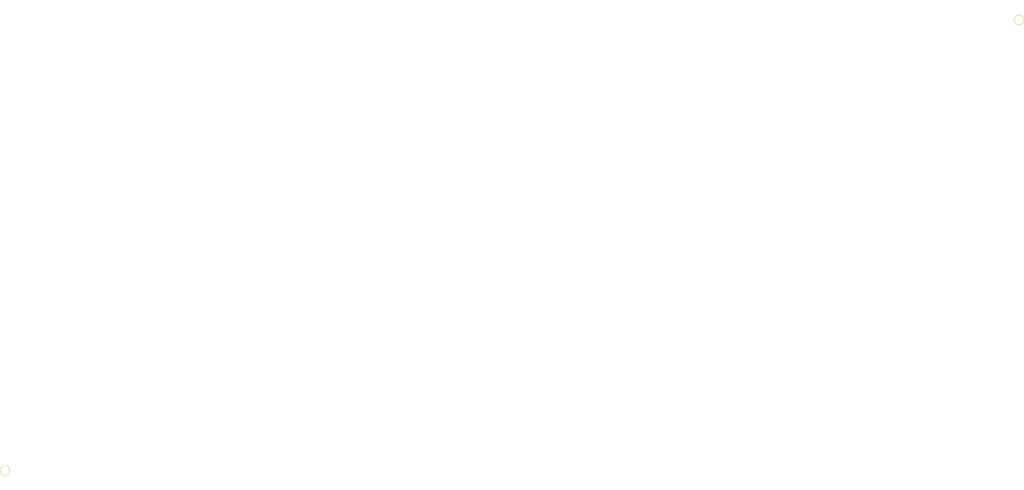
<source format=kicad_pcb>
(kicad_pcb (version 4) (host pcbnew 4.0.2+e4-6225~38~ubuntu16.04.1-stable)

  (general
    (links 0)
    (no_connects 0)
    (area 0 0 0 0)
    (thickness 1.6)
    (drawings 0)
    (tracks 0)
    (zones 0)
    (modules 2)
    (nets 1)
  )

  (page A4)
  (layers
    (0 F.Cu signal)
    (31 B.Cu signal)
    (32 B.Adhes user)
    (33 F.Adhes user)
    (34 B.Paste user)
    (35 F.Paste user)
    (36 B.SilkS user)
    (37 F.SilkS user)
    (38 B.Mask user)
    (39 F.Mask user)
    (40 Dwgs.User user)
    (41 Cmts.User user)
    (42 Eco1.User user)
    (43 Eco2.User user)
    (44 Edge.Cuts user)
    (45 Margin user)
    (46 B.CrtYd user)
    (47 F.CrtYd user)
    (48 B.Fab user)
    (49 F.Fab user)
  )

  (setup
    (last_trace_width 0.25)
    (trace_clearance 0.2)
    (zone_clearance 0.508)
    (zone_45_only no)
    (trace_min 0.2)
    (segment_width 0.2)
    (edge_width 0.15)
    (via_size 0.6)
    (via_drill 0.4)
    (via_min_size 0.4)
    (via_min_drill 0.3)
    (uvia_size 0.3)
    (uvia_drill 0.1)
    (uvias_allowed no)
    (uvia_min_size 0.2)
    (uvia_min_drill 0.1)
    (pcb_text_width 0.3)
    (pcb_text_size 1.5 1.5)
    (mod_edge_width 0.15)
    (mod_text_size 1 1)
    (mod_text_width 0.15)
    (pad_size 1.524 1.524)
    (pad_drill 0.762)
    (pad_to_mask_clearance 0.2)
    (aux_axis_origin 0 0)
    (visible_elements FFFFFF7F)
    (pcbplotparams
      (layerselection 0x00030_80000001)
      (usegerberextensions false)
      (excludeedgelayer true)
      (linewidth 0.100000)
      (plotframeref false)
      (viasonmask false)
      (mode 1)
      (useauxorigin false)
      (hpglpennumber 1)
      (hpglpenspeed 20)
      (hpglpendiameter 15)
      (hpglpenoverlay 2)
      (psnegative false)
      (psa4output false)
      (plotreference true)
      (plotvalue true)
      (plotinvisibletext false)
      (padsonsilk false)
      (subtractmaskfromsilk false)
      (outputformat 1)
      (mirror false)
      (drillshape 1)
      (scaleselection 1)
      (outputdirectory ""))
  )

  (net 0 "")

  (net_class Default "This is the default net class."
    (clearance 0.2)
    (trace_width 0.25)
    (via_dia 0.6)
    (via_drill 0.4)
    (uvia_dia 0.3)
    (uvia_drill 0.1)
  )

  (module GeileSiech:Loch12 (layer F.Cu) (tedit 578D539C) (tstamp 58EC74A0)
    (at -47.54 100.91)
    (fp_text reference "" (at 0 2.54) (layer F.SilkS)
      (effects (font (size 1 1) (thickness 0.15)))
    )
    (fp_text value "" (at 0 -2.54) (layer F.Fab)
      (effects (font (size 1 1) (thickness 0.15)))
    )
    (pad 1 thru_hole circle (at 0 0) (size 1.4 1.4) (drill 1.2) (layers *.Cu *.Mask F.SilkS))
  )

  (module GeileSiech:Loch12 (layer F.Cu) (tedit 578D539C) (tstamp 58EC74A9)
    (at 95.54 37.34)
    (fp_text reference "" (at 0 2.54) (layer F.SilkS)
      (effects (font (size 1 1) (thickness 0.15)))
    )
    (fp_text value "" (at 0 -2.54) (layer F.Fab)
      (effects (font (size 1 1) (thickness 0.15)))
    )
    (pad 1 thru_hole circle (at 0 0) (size 1.4 1.4) (drill 1.2) (layers *.Cu *.Mask F.SilkS))
  )

)

</source>
